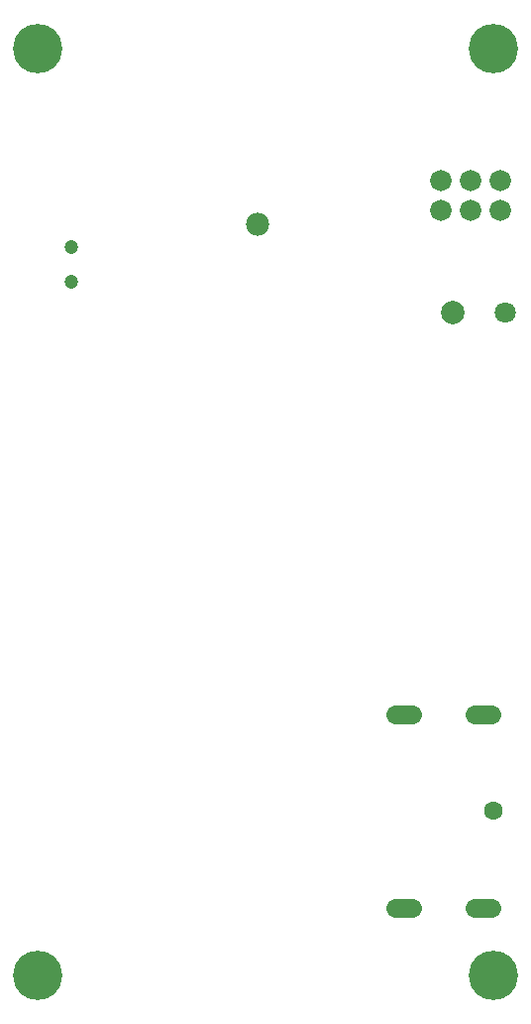
<source format=gbr>
G04 EAGLE Gerber RS-274X export*
G75*
%MOMM*%
%FSLAX34Y34*%
%LPD*%
%INSoldermask Bottom*%
%IPPOS*%
%AMOC8*
5,1,8,0,0,1.08239X$1,22.5*%
G01*
%ADD10C,1.603200*%
%ADD11C,1.603200*%
%ADD12C,1.803200*%
%ADD13C,2.003200*%
%ADD14C,1.203200*%
%ADD15C,1.828800*%
%ADD16C,4.219200*%
%ADD17C,1.981200*%


D10*
X420000Y170000D03*
D11*
X418000Y252500D02*
X404000Y252500D01*
X404000Y87500D02*
X418000Y87500D01*
X350200Y252500D02*
X336200Y252500D01*
X336200Y87500D02*
X350200Y87500D01*
D12*
X430000Y595000D03*
D13*
X385000Y595000D03*
D14*
X59340Y621420D03*
X59340Y651420D03*
D15*
X400060Y681980D03*
X400060Y707380D03*
X374660Y707380D03*
X374660Y681980D03*
X425460Y681980D03*
X425460Y707380D03*
D16*
X420000Y30000D03*
X420000Y820000D03*
X30000Y820000D03*
X30000Y30000D03*
D17*
X218440Y670560D03*
M02*

</source>
